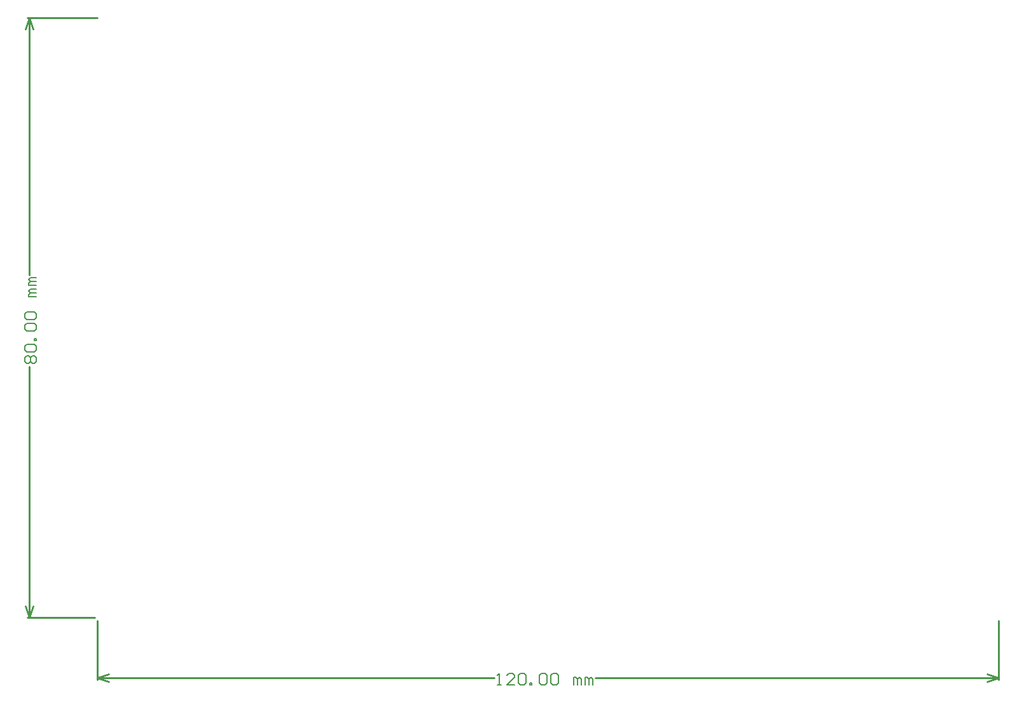
<source format=gm1>
G04 Layer_Color=16711935*
%FSLAX25Y25*%
%MOIN*%
G70*
G01*
G75*
%ADD14C,0.01000*%
%ADD50C,0.00600*%
D14*
X-48244Y303150D02*
X-11811D01*
X-48244Y-11811D02*
X-13211D01*
X-47244Y168162D02*
Y303150D01*
Y-11811D02*
Y119977D01*
X-49244Y297150D02*
X-47244Y303150D01*
X-45244Y297150D01*
X-47244Y-11811D02*
X-45244Y-5811D01*
X-49244D02*
X-47244Y-11811D01*
X460630Y-44307D02*
Y-13211D01*
X-11811Y-44307D02*
Y-13211D01*
X249401Y-43307D02*
X460630D01*
X-11811D02*
X196218D01*
X454630Y-41307D02*
X460630Y-43307D01*
X454630Y-45307D02*
X460630Y-43307D01*
X-11811D02*
X-5811Y-45307D01*
X-11811Y-43307D02*
X-5811Y-41307D01*
D50*
X-48643Y121577D02*
X-49643Y122576D01*
Y124576D01*
X-48643Y125575D01*
X-47644D01*
X-46644Y124576D01*
X-45644Y125575D01*
X-44645D01*
X-43645Y124576D01*
Y122576D01*
X-44645Y121577D01*
X-45644D01*
X-46644Y122576D01*
X-47644Y121577D01*
X-48643D01*
X-46644Y122576D02*
Y124576D01*
X-48643Y127575D02*
X-49643Y128574D01*
Y130574D01*
X-48643Y131573D01*
X-44645D01*
X-43645Y130574D01*
Y128574D01*
X-44645Y127575D01*
X-48643D01*
X-43645Y133573D02*
X-44645D01*
Y134572D01*
X-43645D01*
Y133573D01*
X-48643Y138571D02*
X-49643Y139571D01*
Y141570D01*
X-48643Y142570D01*
X-44645D01*
X-43645Y141570D01*
Y139571D01*
X-44645Y138571D01*
X-48643D01*
Y144569D02*
X-49643Y145569D01*
Y147568D01*
X-48643Y148568D01*
X-44645D01*
X-43645Y147568D01*
Y145569D01*
X-44645Y144569D01*
X-48643D01*
X-43645Y156565D02*
X-47644D01*
Y157565D01*
X-46644Y158565D01*
X-43645D01*
X-46644D01*
X-47644Y159564D01*
X-46644Y160564D01*
X-43645D01*
Y162563D02*
X-47644D01*
Y163563D01*
X-46644Y164563D01*
X-43645D01*
X-46644D01*
X-47644Y165562D01*
X-46644Y166562D01*
X-43645D01*
X197818Y-46906D02*
X199817D01*
X198817D01*
Y-40908D01*
X197818Y-41908D01*
X206815Y-46906D02*
X202816D01*
X206815Y-42907D01*
Y-41908D01*
X205815Y-40908D01*
X203816D01*
X202816Y-41908D01*
X208814D02*
X209814Y-40908D01*
X211813D01*
X212813Y-41908D01*
Y-45906D01*
X211813Y-46906D01*
X209814D01*
X208814Y-45906D01*
Y-41908D01*
X214812Y-46906D02*
Y-45906D01*
X215812D01*
Y-46906D01*
X214812D01*
X219810Y-41908D02*
X220810Y-40908D01*
X222810D01*
X223809Y-41908D01*
Y-45906D01*
X222810Y-46906D01*
X220810D01*
X219810Y-45906D01*
Y-41908D01*
X225809D02*
X226808Y-40908D01*
X228807D01*
X229807Y-41908D01*
Y-45906D01*
X228807Y-46906D01*
X226808D01*
X225809Y-45906D01*
Y-41908D01*
X237805Y-46906D02*
Y-42907D01*
X238804D01*
X239804Y-43907D01*
Y-46906D01*
Y-43907D01*
X240804Y-42907D01*
X241803Y-43907D01*
Y-46906D01*
X243803D02*
Y-42907D01*
X244802D01*
X245802Y-43907D01*
Y-46906D01*
Y-43907D01*
X246802Y-42907D01*
X247801Y-43907D01*
Y-46906D01*
M02*

</source>
